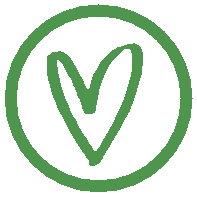
<source format=gts>
G04 #@! TF.GenerationSoftware,KiCad,Pcbnew,(6.0.9)*
G04 #@! TF.CreationDate,2022-12-22T22:52:00-06:00*
G04 #@! TF.ProjectId,keyboard,6b657962-6f61-4726-942e-6b696361645f,rev?*
G04 #@! TF.SameCoordinates,Original*
G04 #@! TF.FileFunction,Soldermask,Top*
G04 #@! TF.FilePolarity,Negative*
%FSLAX46Y46*%
G04 Gerber Fmt 4.6, Leading zero omitted, Abs format (unit mm)*
G04 Created by KiCad (PCBNEW (6.0.9)) date 2022-12-22 22:52:00*
%MOMM*%
%LPD*%
G01*
G04 APERTURE LIST*
%ADD10C,1.000000*%
G04 APERTURE END LIST*
D10*
X78773200Y-176733200D02*
G75*
G03*
X78773200Y-176733200I-7450000J0D01*
G01*
G36*
X67054815Y-173076732D02*
G01*
X67089252Y-173032618D01*
X67230821Y-172935004D01*
X67454134Y-172840605D01*
X67712574Y-172764787D01*
X67959525Y-172722916D01*
X68040395Y-172719102D01*
X68296537Y-172781575D01*
X68574731Y-172966196D01*
X68871334Y-173268762D01*
X69182703Y-173685074D01*
X69505195Y-174210931D01*
X69773708Y-174717579D01*
X69933679Y-175040890D01*
X70084202Y-175350942D01*
X70209855Y-175615585D01*
X70295218Y-175802670D01*
X70304371Y-175823879D01*
X70384447Y-175989236D01*
X70450459Y-176085998D01*
X70475648Y-176097526D01*
X70511861Y-176022823D01*
X70551097Y-175867220D01*
X70563863Y-175797063D01*
X70683863Y-175317082D01*
X70885492Y-174792386D01*
X71150130Y-174259338D01*
X71459156Y-173754306D01*
X71793951Y-173313652D01*
X71890730Y-173205737D01*
X72241800Y-172861616D01*
X72578873Y-172608254D01*
X72944372Y-172420477D01*
X73380721Y-172273110D01*
X73528488Y-172233852D01*
X73883713Y-172147686D01*
X74142689Y-172097959D01*
X74332635Y-172083971D01*
X74480772Y-172105019D01*
X74614319Y-172160402D01*
X74689300Y-172203936D01*
X74887172Y-172378786D01*
X75022765Y-172626196D01*
X75097856Y-172956155D01*
X75114220Y-173378657D01*
X75073634Y-173903692D01*
X75038424Y-174168186D01*
X74958450Y-174661650D01*
X74867773Y-175103637D01*
X74754936Y-175539917D01*
X74608482Y-176016261D01*
X74481322Y-176393721D01*
X74307556Y-176879091D01*
X74130813Y-177331828D01*
X73941668Y-177770450D01*
X73730695Y-178213475D01*
X73488469Y-178679420D01*
X73205564Y-179186803D01*
X72872556Y-179754142D01*
X72480019Y-180399955D01*
X72266455Y-180745244D01*
X72079731Y-181054031D01*
X71878539Y-181399608D01*
X71701650Y-181715182D01*
X71676262Y-181762013D01*
X71542132Y-182004499D01*
X71440052Y-182159192D01*
X71343308Y-182253060D01*
X71225184Y-182313073D01*
X71085588Y-182358332D01*
X70845422Y-182424567D01*
X70696616Y-182449630D01*
X70609412Y-182436561D01*
X70573234Y-182410641D01*
X70539529Y-182318580D01*
X70530256Y-182214630D01*
X70494457Y-182056097D01*
X70407657Y-181880365D01*
X70401322Y-181870806D01*
X70272850Y-181679655D01*
X70154891Y-181502731D01*
X70070904Y-181378007D01*
X69934054Y-181176939D01*
X69764670Y-180929326D01*
X69616142Y-180713010D01*
X68894505Y-179582071D01*
X68270233Y-178422298D01*
X67898700Y-177618594D01*
X67636942Y-176974118D01*
X67411553Y-176332705D01*
X67224945Y-175708023D01*
X67079531Y-175113741D01*
X66977724Y-174563527D01*
X66921936Y-174071050D01*
X66914581Y-173649980D01*
X66914713Y-173648960D01*
X67826771Y-173648960D01*
X67839018Y-173888592D01*
X67868642Y-174182163D01*
X67913091Y-174505494D01*
X67969815Y-174834404D01*
X68036263Y-175144713D01*
X68052713Y-175211149D01*
X68173740Y-175664181D01*
X68297349Y-176075579D01*
X68435204Y-176477625D01*
X68598970Y-176902599D01*
X68800308Y-177382782D01*
X69007135Y-177852715D01*
X69173579Y-178204546D01*
X69371830Y-178589802D01*
X69592852Y-178994133D01*
X69827605Y-179403186D01*
X70067051Y-179802609D01*
X70302151Y-180178051D01*
X70523866Y-180515159D01*
X70723159Y-180799581D01*
X70890991Y-181016966D01*
X71018322Y-181152961D01*
X71096116Y-181193215D01*
X71106760Y-181186642D01*
X71157166Y-181113825D01*
X71260936Y-180953906D01*
X71403625Y-180729446D01*
X71570788Y-180463005D01*
X71595775Y-180422909D01*
X72108711Y-179576211D01*
X72544767Y-178804741D01*
X72914068Y-178088571D01*
X73226737Y-177407775D01*
X73492898Y-176742425D01*
X73560927Y-176554888D01*
X73762337Y-175938334D01*
X73926894Y-175334356D01*
X74053321Y-174756376D01*
X74140340Y-174217819D01*
X74186672Y-173732108D01*
X74191039Y-173312666D01*
X74152163Y-172972917D01*
X74068767Y-172726284D01*
X73939573Y-172586191D01*
X73938813Y-172585782D01*
X73772807Y-172542957D01*
X73576939Y-172586324D01*
X73334485Y-172722137D01*
X73096767Y-172900724D01*
X72606175Y-173379131D01*
X72182036Y-173964600D01*
X71828031Y-174651576D01*
X71669791Y-175055808D01*
X71573540Y-175367052D01*
X71469662Y-175768072D01*
X71366383Y-176220688D01*
X71271929Y-176686720D01*
X71194524Y-177127987D01*
X71142951Y-177501265D01*
X71108005Y-177712614D01*
X71060653Y-177872351D01*
X71025800Y-177930204D01*
X70922359Y-177972647D01*
X70738032Y-178014803D01*
X70591344Y-178037253D01*
X70360108Y-178055417D01*
X70222552Y-178036415D01*
X70158809Y-177991664D01*
X70108900Y-177898056D01*
X70028366Y-177709914D01*
X69928383Y-177454677D01*
X69821585Y-177163873D01*
X69710759Y-176856610D01*
X69607078Y-176576497D01*
X69522661Y-176355835D01*
X69472183Y-176232553D01*
X69406322Y-176085363D01*
X69306032Y-175860787D01*
X69189345Y-175599215D01*
X69147043Y-175504324D01*
X68967444Y-175122732D01*
X68770768Y-174741003D01*
X68567932Y-174376812D01*
X68369855Y-174047833D01*
X68187455Y-173771741D01*
X68031648Y-173566209D01*
X67913353Y-173448912D01*
X67864612Y-173428239D01*
X67834452Y-173487449D01*
X67826771Y-173648960D01*
X66914713Y-173648960D01*
X66958069Y-173313984D01*
X67054815Y-173076732D01*
G37*
M02*

</source>
